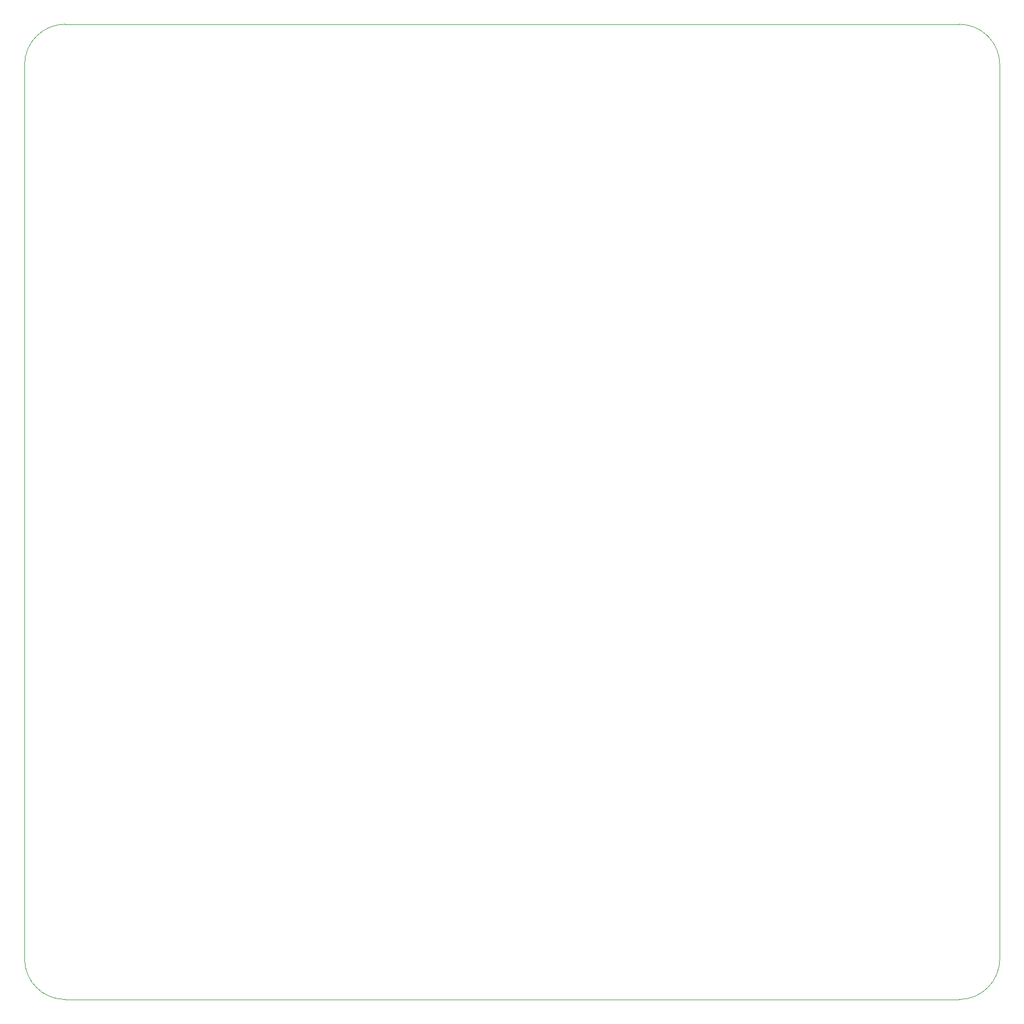
<source format=gm1>
G04 #@! TF.GenerationSoftware,KiCad,Pcbnew,8.0.6*
G04 #@! TF.CreationDate,2025-01-22T16:51:43-05:00*
G04 #@! TF.ProjectId,Main_Board_Rev1,4d61696e-5f42-46f6-9172-645f52657631,rev?*
G04 #@! TF.SameCoordinates,Original*
G04 #@! TF.FileFunction,Profile,NP*
%FSLAX46Y46*%
G04 Gerber Fmt 4.6, Leading zero omitted, Abs format (unit mm)*
G04 Created by KiCad (PCBNEW 8.0.6) date 2025-01-22 16:51:43*
%MOMM*%
%LPD*%
G01*
G04 APERTURE LIST*
G04 #@! TA.AperFunction,Profile*
%ADD10C,0.050000*%
G04 #@! TD*
G04 APERTURE END LIST*
D10*
X24450000Y-19000000D02*
X164150000Y-19000000D01*
X170500000Y-25350000D02*
X170500000Y-165050000D01*
X18100000Y-25350000D02*
G75*
G02*
X24450000Y-19000000I6350000J0D01*
G01*
X24450000Y-171400000D02*
G75*
G02*
X18100000Y-165050000I0J6350000D01*
G01*
X170500000Y-165050000D02*
G75*
G02*
X164150000Y-171400000I-6350000J0D01*
G01*
X18100000Y-165050000D02*
X18100000Y-25350000D01*
X164150000Y-19000000D02*
G75*
G02*
X170500000Y-25350000I0J-6350000D01*
G01*
X164150000Y-171400000D02*
X24450000Y-171400000D01*
M02*

</source>
